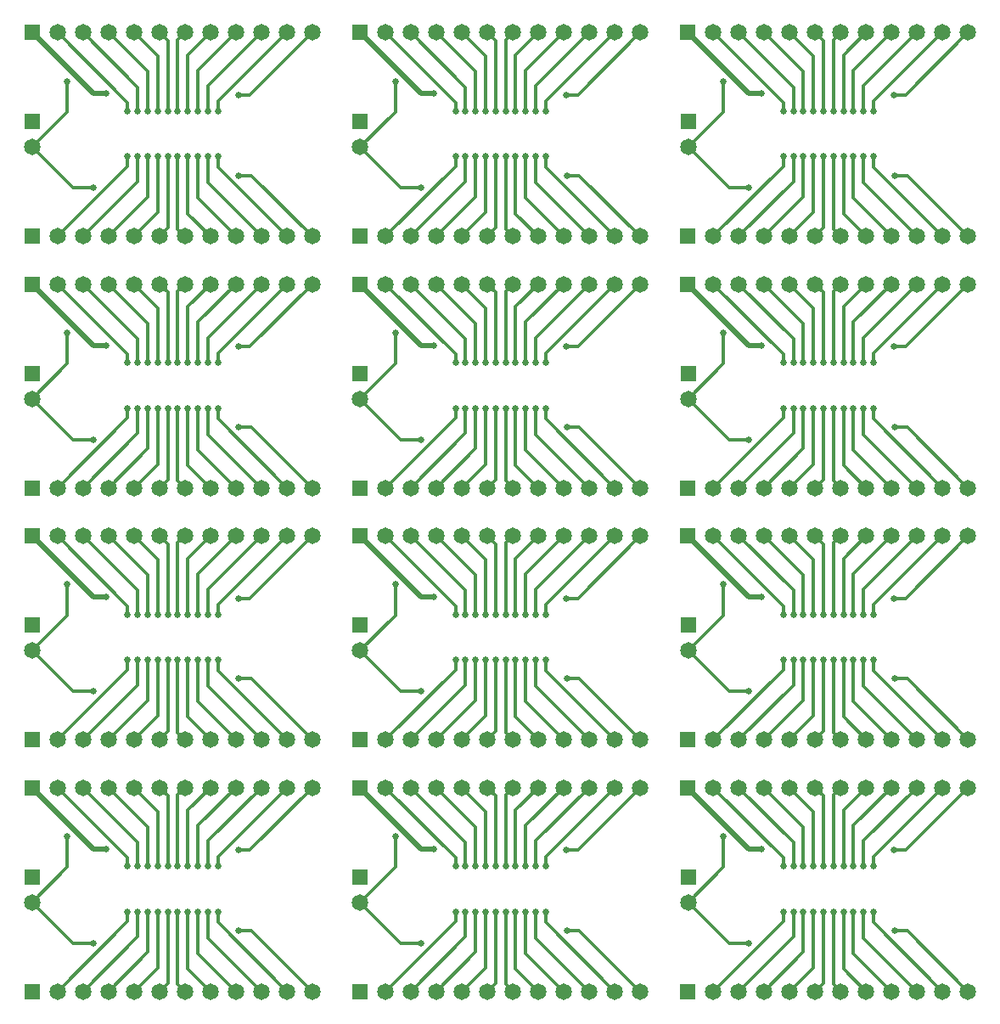
<source format=gbl>
G04 (created by PCBNEW (2013-04-01 BZR 4056)-testing) date Tue 02 Apr 2013 12:46:50 AM CEST*
%MOIN*%
G04 Gerber Fmt 3.4, Leading zero omitted, Abs format*
%FSLAX34Y34*%
G01*
G70*
G90*
G04 APERTURE LIST*
%ADD10C,0.006*%
%ADD11R,0.0649606X0.0649606*%
%ADD12C,0.0649606*%
%ADD13C,0.025*%
%ADD14C,0.012*%
%ADD15C,0.02*%
G04 APERTURE END LIST*
G54D10*
G54D11*
X39330Y-56783D03*
G54D12*
X39330Y-57783D03*
G54D11*
X39318Y-53283D03*
G54D12*
X40318Y-53283D03*
X41318Y-53283D03*
X42318Y-53283D03*
X43318Y-53283D03*
X44318Y-53283D03*
X45318Y-53283D03*
X46318Y-53283D03*
X47318Y-53283D03*
X48318Y-53283D03*
X49318Y-53283D03*
X50318Y-53283D03*
G54D11*
X39318Y-61283D03*
G54D12*
X40318Y-61283D03*
X41318Y-61283D03*
X42318Y-61283D03*
X43318Y-61283D03*
X44318Y-61283D03*
X45318Y-61283D03*
X46318Y-61283D03*
X47318Y-61283D03*
X48318Y-61283D03*
X49318Y-61283D03*
X50318Y-61283D03*
G54D11*
X39318Y-51401D03*
G54D12*
X40318Y-51401D03*
X41318Y-51401D03*
X42318Y-51401D03*
X43318Y-51401D03*
X44318Y-51401D03*
X45318Y-51401D03*
X46318Y-51401D03*
X47318Y-51401D03*
X48318Y-51401D03*
X49318Y-51401D03*
X50318Y-51401D03*
G54D11*
X39318Y-43401D03*
G54D12*
X40318Y-43401D03*
X41318Y-43401D03*
X42318Y-43401D03*
X43318Y-43401D03*
X44318Y-43401D03*
X45318Y-43401D03*
X46318Y-43401D03*
X47318Y-43401D03*
X48318Y-43401D03*
X49318Y-43401D03*
X50318Y-43401D03*
G54D11*
X39330Y-46901D03*
G54D12*
X39330Y-47901D03*
G54D11*
X39330Y-27137D03*
G54D12*
X39330Y-28137D03*
G54D11*
X39318Y-23637D03*
G54D12*
X40318Y-23637D03*
X41318Y-23637D03*
X42318Y-23637D03*
X43318Y-23637D03*
X44318Y-23637D03*
X45318Y-23637D03*
X46318Y-23637D03*
X47318Y-23637D03*
X48318Y-23637D03*
X49318Y-23637D03*
X50318Y-23637D03*
G54D11*
X39318Y-31637D03*
G54D12*
X40318Y-31637D03*
X41318Y-31637D03*
X42318Y-31637D03*
X43318Y-31637D03*
X44318Y-31637D03*
X45318Y-31637D03*
X46318Y-31637D03*
X47318Y-31637D03*
X48318Y-31637D03*
X49318Y-31637D03*
X50318Y-31637D03*
G54D11*
X39318Y-41519D03*
G54D12*
X40318Y-41519D03*
X41318Y-41519D03*
X42318Y-41519D03*
X43318Y-41519D03*
X44318Y-41519D03*
X45318Y-41519D03*
X46318Y-41519D03*
X47318Y-41519D03*
X48318Y-41519D03*
X49318Y-41519D03*
X50318Y-41519D03*
G54D11*
X39318Y-33519D03*
G54D12*
X40318Y-33519D03*
X41318Y-33519D03*
X42318Y-33519D03*
X43318Y-33519D03*
X44318Y-33519D03*
X45318Y-33519D03*
X46318Y-33519D03*
X47318Y-33519D03*
X48318Y-33519D03*
X49318Y-33519D03*
X50318Y-33519D03*
G54D11*
X39330Y-37019D03*
G54D12*
X39330Y-38019D03*
G54D11*
X26456Y-37019D03*
G54D12*
X26456Y-38019D03*
G54D11*
X26444Y-33519D03*
G54D12*
X27444Y-33519D03*
X28444Y-33519D03*
X29444Y-33519D03*
X30444Y-33519D03*
X31444Y-33519D03*
X32444Y-33519D03*
X33444Y-33519D03*
X34444Y-33519D03*
X35444Y-33519D03*
X36444Y-33519D03*
X37444Y-33519D03*
G54D11*
X26444Y-41519D03*
G54D12*
X27444Y-41519D03*
X28444Y-41519D03*
X29444Y-41519D03*
X30444Y-41519D03*
X31444Y-41519D03*
X32444Y-41519D03*
X33444Y-41519D03*
X34444Y-41519D03*
X35444Y-41519D03*
X36444Y-41519D03*
X37444Y-41519D03*
G54D11*
X26444Y-31637D03*
G54D12*
X27444Y-31637D03*
X28444Y-31637D03*
X29444Y-31637D03*
X30444Y-31637D03*
X31444Y-31637D03*
X32444Y-31637D03*
X33444Y-31637D03*
X34444Y-31637D03*
X35444Y-31637D03*
X36444Y-31637D03*
X37444Y-31637D03*
G54D11*
X26444Y-23637D03*
G54D12*
X27444Y-23637D03*
X28444Y-23637D03*
X29444Y-23637D03*
X30444Y-23637D03*
X31444Y-23637D03*
X32444Y-23637D03*
X33444Y-23637D03*
X34444Y-23637D03*
X35444Y-23637D03*
X36444Y-23637D03*
X37444Y-23637D03*
G54D11*
X26456Y-27137D03*
G54D12*
X26456Y-28137D03*
G54D11*
X26456Y-46901D03*
G54D12*
X26456Y-47901D03*
G54D11*
X26444Y-43401D03*
G54D12*
X27444Y-43401D03*
X28444Y-43401D03*
X29444Y-43401D03*
X30444Y-43401D03*
X31444Y-43401D03*
X32444Y-43401D03*
X33444Y-43401D03*
X34444Y-43401D03*
X35444Y-43401D03*
X36444Y-43401D03*
X37444Y-43401D03*
G54D11*
X26444Y-51401D03*
G54D12*
X27444Y-51401D03*
X28444Y-51401D03*
X29444Y-51401D03*
X30444Y-51401D03*
X31444Y-51401D03*
X32444Y-51401D03*
X33444Y-51401D03*
X34444Y-51401D03*
X35444Y-51401D03*
X36444Y-51401D03*
X37444Y-51401D03*
G54D11*
X26444Y-61283D03*
G54D12*
X27444Y-61283D03*
X28444Y-61283D03*
X29444Y-61283D03*
X30444Y-61283D03*
X31444Y-61283D03*
X32444Y-61283D03*
X33444Y-61283D03*
X34444Y-61283D03*
X35444Y-61283D03*
X36444Y-61283D03*
X37444Y-61283D03*
G54D11*
X26444Y-53283D03*
G54D12*
X27444Y-53283D03*
X28444Y-53283D03*
X29444Y-53283D03*
X30444Y-53283D03*
X31444Y-53283D03*
X32444Y-53283D03*
X33444Y-53283D03*
X34444Y-53283D03*
X35444Y-53283D03*
X36444Y-53283D03*
X37444Y-53283D03*
G54D11*
X26456Y-56783D03*
G54D12*
X26456Y-57783D03*
G54D11*
X52204Y-37019D03*
G54D12*
X52204Y-38019D03*
G54D11*
X52192Y-33519D03*
G54D12*
X53192Y-33519D03*
X54192Y-33519D03*
X55192Y-33519D03*
X56192Y-33519D03*
X57192Y-33519D03*
X58192Y-33519D03*
X59192Y-33519D03*
X60192Y-33519D03*
X61192Y-33519D03*
X62192Y-33519D03*
X63192Y-33519D03*
G54D11*
X52192Y-41519D03*
G54D12*
X53192Y-41519D03*
X54192Y-41519D03*
X55192Y-41519D03*
X56192Y-41519D03*
X57192Y-41519D03*
X58192Y-41519D03*
X59192Y-41519D03*
X60192Y-41519D03*
X61192Y-41519D03*
X62192Y-41519D03*
X63192Y-41519D03*
G54D11*
X52192Y-31637D03*
G54D12*
X53192Y-31637D03*
X54192Y-31637D03*
X55192Y-31637D03*
X56192Y-31637D03*
X57192Y-31637D03*
X58192Y-31637D03*
X59192Y-31637D03*
X60192Y-31637D03*
X61192Y-31637D03*
X62192Y-31637D03*
X63192Y-31637D03*
G54D11*
X52192Y-23637D03*
G54D12*
X53192Y-23637D03*
X54192Y-23637D03*
X55192Y-23637D03*
X56192Y-23637D03*
X57192Y-23637D03*
X58192Y-23637D03*
X59192Y-23637D03*
X60192Y-23637D03*
X61192Y-23637D03*
X62192Y-23637D03*
X63192Y-23637D03*
G54D11*
X52204Y-27137D03*
G54D12*
X52204Y-28137D03*
G54D11*
X52204Y-46901D03*
G54D12*
X52204Y-47901D03*
G54D11*
X52192Y-43401D03*
G54D12*
X53192Y-43401D03*
X54192Y-43401D03*
X55192Y-43401D03*
X56192Y-43401D03*
X57192Y-43401D03*
X58192Y-43401D03*
X59192Y-43401D03*
X60192Y-43401D03*
X61192Y-43401D03*
X62192Y-43401D03*
X63192Y-43401D03*
G54D11*
X52192Y-51401D03*
G54D12*
X53192Y-51401D03*
X54192Y-51401D03*
X55192Y-51401D03*
X56192Y-51401D03*
X57192Y-51401D03*
X58192Y-51401D03*
X59192Y-51401D03*
X60192Y-51401D03*
X61192Y-51401D03*
X62192Y-51401D03*
X63192Y-51401D03*
G54D11*
X52192Y-61283D03*
G54D12*
X53192Y-61283D03*
X54192Y-61283D03*
X55192Y-61283D03*
X56192Y-61283D03*
X57192Y-61283D03*
X58192Y-61283D03*
X59192Y-61283D03*
X60192Y-61283D03*
X61192Y-61283D03*
X62192Y-61283D03*
X63192Y-61283D03*
G54D11*
X52192Y-53283D03*
G54D12*
X53192Y-53283D03*
X54192Y-53283D03*
X55192Y-53283D03*
X56192Y-53283D03*
X57192Y-53283D03*
X58192Y-53283D03*
X59192Y-53283D03*
X60192Y-53283D03*
X61192Y-53283D03*
X62192Y-53283D03*
X63192Y-53283D03*
G54D11*
X52204Y-56783D03*
G54D12*
X52204Y-57783D03*
G54D13*
X43464Y-58149D03*
X43464Y-48267D03*
X43464Y-28503D03*
X43464Y-38385D03*
X30590Y-38385D03*
X30590Y-28503D03*
X30590Y-48267D03*
X30590Y-58149D03*
X56338Y-38385D03*
X56338Y-28503D03*
X56338Y-48267D03*
X56338Y-58149D03*
X43858Y-56377D03*
X43858Y-46496D03*
X43858Y-26732D03*
X43858Y-36614D03*
X30984Y-36614D03*
X30984Y-26732D03*
X30984Y-46496D03*
X30984Y-56377D03*
X56732Y-36614D03*
X56732Y-26732D03*
X56732Y-46496D03*
X56732Y-56377D03*
X43858Y-58149D03*
X43858Y-48267D03*
X43858Y-28503D03*
X43858Y-38385D03*
X30984Y-38385D03*
X30984Y-28503D03*
X30984Y-48267D03*
X30984Y-58149D03*
X56732Y-38385D03*
X56732Y-28503D03*
X56732Y-48267D03*
X56732Y-58149D03*
X44251Y-58149D03*
X44251Y-48267D03*
X44251Y-28503D03*
X44251Y-38385D03*
X31377Y-38385D03*
X31377Y-28503D03*
X31377Y-48267D03*
X31377Y-58149D03*
X57125Y-38385D03*
X57125Y-28503D03*
X57125Y-48267D03*
X57125Y-58149D03*
X44645Y-58149D03*
X44645Y-48267D03*
X44645Y-28503D03*
X44645Y-38385D03*
X31771Y-38385D03*
X31771Y-28503D03*
X31771Y-48267D03*
X31771Y-58149D03*
X57519Y-38385D03*
X57519Y-28503D03*
X57519Y-48267D03*
X57519Y-58149D03*
X46220Y-56377D03*
X46220Y-46496D03*
X46220Y-26732D03*
X46220Y-36614D03*
X33346Y-36614D03*
X33346Y-26732D03*
X33346Y-46496D03*
X33346Y-56377D03*
X59094Y-36614D03*
X59094Y-26732D03*
X59094Y-46496D03*
X59094Y-56377D03*
X45826Y-56377D03*
X45826Y-46496D03*
X45826Y-26732D03*
X45826Y-36614D03*
X32952Y-36614D03*
X32952Y-26732D03*
X32952Y-46496D03*
X32952Y-56377D03*
X58700Y-36614D03*
X58700Y-26732D03*
X58700Y-46496D03*
X58700Y-56377D03*
X45433Y-56377D03*
X45433Y-46496D03*
X45433Y-26732D03*
X45433Y-36614D03*
X32559Y-36614D03*
X32559Y-26732D03*
X32559Y-46496D03*
X32559Y-56377D03*
X58307Y-36614D03*
X58307Y-26732D03*
X58307Y-46496D03*
X58307Y-56377D03*
X45039Y-56377D03*
X45039Y-46496D03*
X45039Y-26732D03*
X45039Y-36614D03*
X32165Y-36614D03*
X32165Y-26732D03*
X32165Y-46496D03*
X32165Y-56377D03*
X57913Y-36614D03*
X57913Y-26732D03*
X57913Y-46496D03*
X57913Y-56377D03*
X44645Y-56377D03*
X44645Y-46496D03*
X44645Y-26732D03*
X44645Y-36614D03*
X31771Y-36614D03*
X31771Y-26732D03*
X31771Y-46496D03*
X31771Y-56377D03*
X57519Y-36614D03*
X57519Y-26732D03*
X57519Y-46496D03*
X57519Y-56377D03*
X44251Y-56377D03*
X44251Y-46496D03*
X44251Y-26732D03*
X44251Y-36614D03*
X31377Y-36614D03*
X31377Y-26732D03*
X31377Y-46496D03*
X31377Y-56377D03*
X57125Y-36614D03*
X57125Y-26732D03*
X57125Y-46496D03*
X57125Y-56377D03*
X45039Y-58149D03*
X45039Y-48267D03*
X45039Y-28503D03*
X45039Y-38385D03*
X32165Y-38385D03*
X32165Y-28503D03*
X32165Y-48267D03*
X32165Y-58149D03*
X57913Y-38385D03*
X57913Y-28503D03*
X57913Y-48267D03*
X57913Y-58149D03*
X45433Y-58149D03*
X45433Y-48267D03*
X45433Y-28503D03*
X45433Y-38385D03*
X32559Y-38385D03*
X32559Y-28503D03*
X32559Y-48267D03*
X32559Y-58149D03*
X58307Y-38385D03*
X58307Y-28503D03*
X58307Y-48267D03*
X58307Y-58149D03*
X45826Y-58149D03*
X45826Y-48267D03*
X45826Y-28503D03*
X45826Y-38385D03*
X32952Y-38385D03*
X32952Y-28503D03*
X32952Y-48267D03*
X32952Y-58149D03*
X58700Y-38385D03*
X58700Y-28503D03*
X58700Y-48267D03*
X58700Y-58149D03*
X46220Y-58149D03*
X46220Y-48267D03*
X46220Y-28503D03*
X46220Y-38385D03*
X33346Y-38385D03*
X33346Y-28503D03*
X33346Y-48267D03*
X33346Y-58149D03*
X59094Y-38385D03*
X59094Y-28503D03*
X59094Y-48267D03*
X59094Y-58149D03*
X46614Y-58149D03*
X46614Y-48267D03*
X46614Y-28503D03*
X46614Y-38385D03*
X33740Y-38385D03*
X33740Y-28503D03*
X33740Y-48267D03*
X33740Y-58149D03*
X59488Y-38385D03*
X59488Y-28503D03*
X59488Y-48267D03*
X59488Y-58149D03*
X47440Y-58897D03*
X47440Y-49015D03*
X47440Y-29251D03*
X47440Y-39133D03*
X34566Y-39133D03*
X34566Y-29251D03*
X34566Y-49015D03*
X34566Y-58897D03*
X60314Y-39133D03*
X60314Y-29251D03*
X60314Y-49015D03*
X60314Y-58897D03*
X47418Y-55733D03*
X47418Y-45851D03*
X47418Y-26087D03*
X47418Y-35969D03*
X34544Y-35969D03*
X34544Y-26087D03*
X34544Y-45851D03*
X34544Y-55733D03*
X60292Y-35969D03*
X60292Y-26087D03*
X60292Y-45851D03*
X60292Y-55733D03*
X46614Y-56377D03*
X46614Y-46496D03*
X46614Y-26732D03*
X46614Y-36614D03*
X33740Y-36614D03*
X33740Y-26732D03*
X33740Y-46496D03*
X33740Y-56377D03*
X59488Y-36614D03*
X59488Y-26732D03*
X59488Y-46496D03*
X59488Y-56377D03*
X43070Y-56377D03*
X43070Y-46496D03*
X43070Y-26732D03*
X43070Y-36614D03*
X30196Y-36614D03*
X30196Y-26732D03*
X30196Y-46496D03*
X30196Y-56377D03*
X55944Y-36614D03*
X55944Y-26732D03*
X55944Y-46496D03*
X55944Y-56377D03*
X43070Y-58149D03*
X43070Y-48267D03*
X43070Y-28503D03*
X43070Y-38385D03*
X30196Y-38385D03*
X30196Y-28503D03*
X30196Y-48267D03*
X30196Y-58149D03*
X55944Y-38385D03*
X55944Y-28503D03*
X55944Y-48267D03*
X55944Y-58149D03*
X43464Y-56377D03*
X43464Y-46496D03*
X43464Y-26732D03*
X43464Y-36614D03*
X30590Y-36614D03*
X30590Y-26732D03*
X30590Y-46496D03*
X30590Y-56377D03*
X56338Y-36614D03*
X56338Y-26732D03*
X56338Y-46496D03*
X56338Y-56377D03*
X41718Y-59383D03*
X40708Y-55196D03*
X40708Y-45314D03*
X41718Y-49501D03*
X41718Y-29737D03*
X40708Y-25551D03*
X40708Y-35433D03*
X41718Y-39619D03*
X28844Y-39619D03*
X27834Y-35433D03*
X27834Y-25551D03*
X28844Y-29737D03*
X28844Y-49501D03*
X27834Y-45314D03*
X27834Y-55196D03*
X28844Y-59383D03*
X54592Y-39619D03*
X53582Y-35433D03*
X53582Y-25551D03*
X54592Y-29737D03*
X54592Y-49501D03*
X53582Y-45314D03*
X53582Y-55196D03*
X54592Y-59383D03*
X42218Y-55683D03*
X42218Y-45801D03*
X42218Y-26037D03*
X42218Y-35919D03*
X29344Y-35919D03*
X29344Y-26037D03*
X29344Y-45801D03*
X29344Y-55683D03*
X55092Y-35919D03*
X55092Y-26037D03*
X55092Y-45801D03*
X55092Y-55683D03*
G54D14*
X43464Y-58149D02*
X43464Y-59137D01*
X43464Y-59137D02*
X41318Y-61283D01*
X43464Y-49255D02*
X41318Y-51401D01*
X43464Y-48267D02*
X43464Y-49255D01*
X43464Y-28503D02*
X43464Y-29492D01*
X43464Y-29492D02*
X41318Y-31637D01*
X43464Y-39374D02*
X41318Y-41519D01*
X43464Y-38385D02*
X43464Y-39374D01*
X30590Y-38385D02*
X30590Y-39374D01*
X30590Y-39374D02*
X28444Y-41519D01*
X30590Y-29492D02*
X28444Y-31637D01*
X30590Y-28503D02*
X30590Y-29492D01*
X30590Y-48267D02*
X30590Y-49255D01*
X30590Y-49255D02*
X28444Y-51401D01*
X30590Y-59137D02*
X28444Y-61283D01*
X30590Y-58149D02*
X30590Y-59137D01*
X56338Y-38385D02*
X56338Y-39374D01*
X56338Y-39374D02*
X54192Y-41519D01*
X56338Y-29492D02*
X54192Y-31637D01*
X56338Y-28503D02*
X56338Y-29492D01*
X56338Y-48267D02*
X56338Y-49255D01*
X56338Y-49255D02*
X54192Y-51401D01*
X56338Y-59137D02*
X54192Y-61283D01*
X56338Y-58149D02*
X56338Y-59137D01*
X43858Y-56377D02*
X43858Y-54822D01*
X43858Y-54822D02*
X42318Y-53283D01*
X43858Y-44940D02*
X42318Y-43401D01*
X43858Y-46496D02*
X43858Y-44940D01*
X43858Y-26732D02*
X43858Y-25177D01*
X43858Y-25177D02*
X42318Y-23637D01*
X43858Y-35059D02*
X42318Y-33519D01*
X43858Y-36614D02*
X43858Y-35059D01*
X30984Y-36614D02*
X30984Y-35059D01*
X30984Y-35059D02*
X29444Y-33519D01*
X30984Y-25177D02*
X29444Y-23637D01*
X30984Y-26732D02*
X30984Y-25177D01*
X30984Y-46496D02*
X30984Y-44940D01*
X30984Y-44940D02*
X29444Y-43401D01*
X30984Y-54822D02*
X29444Y-53283D01*
X30984Y-56377D02*
X30984Y-54822D01*
X56732Y-36614D02*
X56732Y-35059D01*
X56732Y-35059D02*
X55192Y-33519D01*
X56732Y-25177D02*
X55192Y-23637D01*
X56732Y-26732D02*
X56732Y-25177D01*
X56732Y-46496D02*
X56732Y-44940D01*
X56732Y-44940D02*
X55192Y-43401D01*
X56732Y-54822D02*
X55192Y-53283D01*
X56732Y-56377D02*
X56732Y-54822D01*
X43858Y-58149D02*
X43858Y-59744D01*
X43858Y-59744D02*
X42318Y-61283D01*
X43858Y-49862D02*
X42318Y-51401D01*
X43858Y-48267D02*
X43858Y-49862D01*
X43858Y-28503D02*
X43858Y-30098D01*
X43858Y-30098D02*
X42318Y-31637D01*
X43858Y-39980D02*
X42318Y-41519D01*
X43858Y-38385D02*
X43858Y-39980D01*
X30984Y-38385D02*
X30984Y-39980D01*
X30984Y-39980D02*
X29444Y-41519D01*
X30984Y-30098D02*
X29444Y-31637D01*
X30984Y-28503D02*
X30984Y-30098D01*
X30984Y-48267D02*
X30984Y-49862D01*
X30984Y-49862D02*
X29444Y-51401D01*
X30984Y-59744D02*
X29444Y-61283D01*
X30984Y-58149D02*
X30984Y-59744D01*
X56732Y-38385D02*
X56732Y-39980D01*
X56732Y-39980D02*
X55192Y-41519D01*
X56732Y-30098D02*
X55192Y-31637D01*
X56732Y-28503D02*
X56732Y-30098D01*
X56732Y-48267D02*
X56732Y-49862D01*
X56732Y-49862D02*
X55192Y-51401D01*
X56732Y-59744D02*
X55192Y-61283D01*
X56732Y-58149D02*
X56732Y-59744D01*
X44251Y-58149D02*
X44251Y-60350D01*
X44251Y-60350D02*
X43318Y-61283D01*
X44251Y-50468D02*
X43318Y-51401D01*
X44251Y-48267D02*
X44251Y-50468D01*
X44251Y-28503D02*
X44251Y-30704D01*
X44251Y-30704D02*
X43318Y-31637D01*
X44251Y-40586D02*
X43318Y-41519D01*
X44251Y-38385D02*
X44251Y-40586D01*
X31377Y-38385D02*
X31377Y-40586D01*
X31377Y-40586D02*
X30444Y-41519D01*
X31377Y-30704D02*
X30444Y-31637D01*
X31377Y-28503D02*
X31377Y-30704D01*
X31377Y-48267D02*
X31377Y-50468D01*
X31377Y-50468D02*
X30444Y-51401D01*
X31377Y-60350D02*
X30444Y-61283D01*
X31377Y-58149D02*
X31377Y-60350D01*
X57125Y-38385D02*
X57125Y-40586D01*
X57125Y-40586D02*
X56192Y-41519D01*
X57125Y-30704D02*
X56192Y-31637D01*
X57125Y-28503D02*
X57125Y-30704D01*
X57125Y-48267D02*
X57125Y-50468D01*
X57125Y-50468D02*
X56192Y-51401D01*
X57125Y-60350D02*
X56192Y-61283D01*
X57125Y-58149D02*
X57125Y-60350D01*
X44645Y-58149D02*
X44645Y-60956D01*
X44645Y-60956D02*
X44318Y-61283D01*
X44645Y-51074D02*
X44318Y-51401D01*
X44645Y-48267D02*
X44645Y-51074D01*
X44645Y-28503D02*
X44645Y-31311D01*
X44645Y-31311D02*
X44318Y-31637D01*
X44645Y-41192D02*
X44318Y-41519D01*
X44645Y-38385D02*
X44645Y-41192D01*
X31771Y-38385D02*
X31771Y-41192D01*
X31771Y-41192D02*
X31444Y-41519D01*
X31771Y-31311D02*
X31444Y-31637D01*
X31771Y-28503D02*
X31771Y-31311D01*
X31771Y-48267D02*
X31771Y-51074D01*
X31771Y-51074D02*
X31444Y-51401D01*
X31771Y-60956D02*
X31444Y-61283D01*
X31771Y-58149D02*
X31771Y-60956D01*
X57519Y-38385D02*
X57519Y-41192D01*
X57519Y-41192D02*
X57192Y-41519D01*
X57519Y-31311D02*
X57192Y-31637D01*
X57519Y-28503D02*
X57519Y-31311D01*
X57519Y-48267D02*
X57519Y-51074D01*
X57519Y-51074D02*
X57192Y-51401D01*
X57519Y-60956D02*
X57192Y-61283D01*
X57519Y-58149D02*
X57519Y-60956D01*
X46220Y-56377D02*
X46220Y-55381D01*
X46220Y-55381D02*
X48318Y-53283D01*
X46220Y-45500D02*
X48318Y-43401D01*
X46220Y-46496D02*
X46220Y-45500D01*
X46220Y-26732D02*
X46220Y-25736D01*
X46220Y-25736D02*
X48318Y-23637D01*
X46220Y-35618D02*
X48318Y-33519D01*
X46220Y-36614D02*
X46220Y-35618D01*
X33346Y-36614D02*
X33346Y-35618D01*
X33346Y-35618D02*
X35444Y-33519D01*
X33346Y-25736D02*
X35444Y-23637D01*
X33346Y-26732D02*
X33346Y-25736D01*
X33346Y-46496D02*
X33346Y-45500D01*
X33346Y-45500D02*
X35444Y-43401D01*
X33346Y-55381D02*
X35444Y-53283D01*
X33346Y-56377D02*
X33346Y-55381D01*
X59094Y-36614D02*
X59094Y-35618D01*
X59094Y-35618D02*
X61192Y-33519D01*
X59094Y-25736D02*
X61192Y-23637D01*
X59094Y-26732D02*
X59094Y-25736D01*
X59094Y-46496D02*
X59094Y-45500D01*
X59094Y-45500D02*
X61192Y-43401D01*
X59094Y-55381D02*
X61192Y-53283D01*
X59094Y-56377D02*
X59094Y-55381D01*
X45826Y-56377D02*
X45826Y-54775D01*
X45826Y-54775D02*
X47318Y-53283D01*
X45826Y-44893D02*
X47318Y-43401D01*
X45826Y-46496D02*
X45826Y-44893D01*
X45826Y-26732D02*
X45826Y-25129D01*
X45826Y-25129D02*
X47318Y-23637D01*
X45826Y-35011D02*
X47318Y-33519D01*
X45826Y-36614D02*
X45826Y-35011D01*
X32952Y-36614D02*
X32952Y-35011D01*
X32952Y-35011D02*
X34444Y-33519D01*
X32952Y-25129D02*
X34444Y-23637D01*
X32952Y-26732D02*
X32952Y-25129D01*
X32952Y-46496D02*
X32952Y-44893D01*
X32952Y-44893D02*
X34444Y-43401D01*
X32952Y-54775D02*
X34444Y-53283D01*
X32952Y-56377D02*
X32952Y-54775D01*
X58700Y-36614D02*
X58700Y-35011D01*
X58700Y-35011D02*
X60192Y-33519D01*
X58700Y-25129D02*
X60192Y-23637D01*
X58700Y-26732D02*
X58700Y-25129D01*
X58700Y-46496D02*
X58700Y-44893D01*
X58700Y-44893D02*
X60192Y-43401D01*
X58700Y-54775D02*
X60192Y-53283D01*
X58700Y-56377D02*
X58700Y-54775D01*
X45433Y-56377D02*
X45433Y-54169D01*
X45433Y-54169D02*
X46318Y-53283D01*
X45433Y-44287D02*
X46318Y-43401D01*
X45433Y-46496D02*
X45433Y-44287D01*
X45433Y-26732D02*
X45433Y-24523D01*
X45433Y-24523D02*
X46318Y-23637D01*
X45433Y-34405D02*
X46318Y-33519D01*
X45433Y-36614D02*
X45433Y-34405D01*
X32559Y-36614D02*
X32559Y-34405D01*
X32559Y-34405D02*
X33444Y-33519D01*
X32559Y-24523D02*
X33444Y-23637D01*
X32559Y-26732D02*
X32559Y-24523D01*
X32559Y-46496D02*
X32559Y-44287D01*
X32559Y-44287D02*
X33444Y-43401D01*
X32559Y-54169D02*
X33444Y-53283D01*
X32559Y-56377D02*
X32559Y-54169D01*
X58307Y-36614D02*
X58307Y-34405D01*
X58307Y-34405D02*
X59192Y-33519D01*
X58307Y-24523D02*
X59192Y-23637D01*
X58307Y-26732D02*
X58307Y-24523D01*
X58307Y-46496D02*
X58307Y-44287D01*
X58307Y-44287D02*
X59192Y-43401D01*
X58307Y-54169D02*
X59192Y-53283D01*
X58307Y-56377D02*
X58307Y-54169D01*
X45039Y-56377D02*
X45039Y-53562D01*
X45039Y-53562D02*
X45318Y-53283D01*
X45039Y-43681D02*
X45318Y-43401D01*
X45039Y-46496D02*
X45039Y-43681D01*
X45039Y-26732D02*
X45039Y-23917D01*
X45039Y-23917D02*
X45318Y-23637D01*
X45039Y-33799D02*
X45318Y-33519D01*
X45039Y-36614D02*
X45039Y-33799D01*
X32165Y-36614D02*
X32165Y-33799D01*
X32165Y-33799D02*
X32444Y-33519D01*
X32165Y-23917D02*
X32444Y-23637D01*
X32165Y-26732D02*
X32165Y-23917D01*
X32165Y-46496D02*
X32165Y-43681D01*
X32165Y-43681D02*
X32444Y-43401D01*
X32165Y-53562D02*
X32444Y-53283D01*
X32165Y-56377D02*
X32165Y-53562D01*
X57913Y-36614D02*
X57913Y-33799D01*
X57913Y-33799D02*
X58192Y-33519D01*
X57913Y-23917D02*
X58192Y-23637D01*
X57913Y-26732D02*
X57913Y-23917D01*
X57913Y-46496D02*
X57913Y-43681D01*
X57913Y-43681D02*
X58192Y-43401D01*
X57913Y-53562D02*
X58192Y-53283D01*
X57913Y-56377D02*
X57913Y-53562D01*
X44645Y-56377D02*
X44645Y-53610D01*
X44645Y-53610D02*
X44318Y-53283D01*
X44645Y-43728D02*
X44318Y-43401D01*
X44645Y-46496D02*
X44645Y-43728D01*
X44645Y-26732D02*
X44645Y-23964D01*
X44645Y-23964D02*
X44318Y-23637D01*
X44645Y-33846D02*
X44318Y-33519D01*
X44645Y-36614D02*
X44645Y-33846D01*
X31771Y-36614D02*
X31771Y-33846D01*
X31771Y-33846D02*
X31444Y-33519D01*
X31771Y-23964D02*
X31444Y-23637D01*
X31771Y-26732D02*
X31771Y-23964D01*
X31771Y-46496D02*
X31771Y-43728D01*
X31771Y-43728D02*
X31444Y-43401D01*
X31771Y-53610D02*
X31444Y-53283D01*
X31771Y-56377D02*
X31771Y-53610D01*
X57519Y-36614D02*
X57519Y-33846D01*
X57519Y-33846D02*
X57192Y-33519D01*
X57519Y-23964D02*
X57192Y-23637D01*
X57519Y-26732D02*
X57519Y-23964D01*
X57519Y-46496D02*
X57519Y-43728D01*
X57519Y-43728D02*
X57192Y-43401D01*
X57519Y-53610D02*
X57192Y-53283D01*
X57519Y-56377D02*
X57519Y-53610D01*
X44251Y-56377D02*
X44251Y-54216D01*
X44251Y-54216D02*
X43318Y-53283D01*
X44251Y-44334D02*
X43318Y-43401D01*
X44251Y-46496D02*
X44251Y-44334D01*
X44251Y-26732D02*
X44251Y-24570D01*
X44251Y-24570D02*
X43318Y-23637D01*
X44251Y-34452D02*
X43318Y-33519D01*
X44251Y-36614D02*
X44251Y-34452D01*
X31377Y-36614D02*
X31377Y-34452D01*
X31377Y-34452D02*
X30444Y-33519D01*
X31377Y-24570D02*
X30444Y-23637D01*
X31377Y-26732D02*
X31377Y-24570D01*
X31377Y-46496D02*
X31377Y-44334D01*
X31377Y-44334D02*
X30444Y-43401D01*
X31377Y-54216D02*
X30444Y-53283D01*
X31377Y-56377D02*
X31377Y-54216D01*
X57125Y-36614D02*
X57125Y-34452D01*
X57125Y-34452D02*
X56192Y-33519D01*
X57125Y-24570D02*
X56192Y-23637D01*
X57125Y-26732D02*
X57125Y-24570D01*
X57125Y-46496D02*
X57125Y-44334D01*
X57125Y-44334D02*
X56192Y-43401D01*
X57125Y-54216D02*
X56192Y-53283D01*
X57125Y-56377D02*
X57125Y-54216D01*
X45039Y-58149D02*
X45039Y-61003D01*
X45039Y-61003D02*
X45318Y-61283D01*
X45039Y-51122D02*
X45318Y-51401D01*
X45039Y-48267D02*
X45039Y-51122D01*
X45039Y-28503D02*
X45039Y-31358D01*
X45039Y-31358D02*
X45318Y-31637D01*
X45039Y-41240D02*
X45318Y-41519D01*
X45039Y-38385D02*
X45039Y-41240D01*
X32165Y-38385D02*
X32165Y-41240D01*
X32165Y-41240D02*
X32444Y-41519D01*
X32165Y-31358D02*
X32444Y-31637D01*
X32165Y-28503D02*
X32165Y-31358D01*
X32165Y-48267D02*
X32165Y-51122D01*
X32165Y-51122D02*
X32444Y-51401D01*
X32165Y-61003D02*
X32444Y-61283D01*
X32165Y-58149D02*
X32165Y-61003D01*
X57913Y-38385D02*
X57913Y-41240D01*
X57913Y-41240D02*
X58192Y-41519D01*
X57913Y-31358D02*
X58192Y-31637D01*
X57913Y-28503D02*
X57913Y-31358D01*
X57913Y-48267D02*
X57913Y-51122D01*
X57913Y-51122D02*
X58192Y-51401D01*
X57913Y-61003D02*
X58192Y-61283D01*
X57913Y-58149D02*
X57913Y-61003D01*
X45433Y-58149D02*
X45433Y-60397D01*
X45433Y-60397D02*
X46318Y-61283D01*
X45433Y-50515D02*
X46318Y-51401D01*
X45433Y-48267D02*
X45433Y-50515D01*
X45433Y-28503D02*
X45433Y-30751D01*
X45433Y-30751D02*
X46318Y-31637D01*
X45433Y-40633D02*
X46318Y-41519D01*
X45433Y-38385D02*
X45433Y-40633D01*
X32559Y-38385D02*
X32559Y-40633D01*
X32559Y-40633D02*
X33444Y-41519D01*
X32559Y-30751D02*
X33444Y-31637D01*
X32559Y-28503D02*
X32559Y-30751D01*
X32559Y-48267D02*
X32559Y-50515D01*
X32559Y-50515D02*
X33444Y-51401D01*
X32559Y-60397D02*
X33444Y-61283D01*
X32559Y-58149D02*
X32559Y-60397D01*
X58307Y-38385D02*
X58307Y-40633D01*
X58307Y-40633D02*
X59192Y-41519D01*
X58307Y-30751D02*
X59192Y-31637D01*
X58307Y-28503D02*
X58307Y-30751D01*
X58307Y-48267D02*
X58307Y-50515D01*
X58307Y-50515D02*
X59192Y-51401D01*
X58307Y-60397D02*
X59192Y-61283D01*
X58307Y-58149D02*
X58307Y-60397D01*
X45826Y-58149D02*
X45826Y-59791D01*
X45826Y-59791D02*
X47318Y-61283D01*
X45826Y-49909D02*
X47318Y-51401D01*
X45826Y-48267D02*
X45826Y-49909D01*
X45826Y-28503D02*
X45826Y-30145D01*
X45826Y-30145D02*
X47318Y-31637D01*
X45826Y-40027D02*
X47318Y-41519D01*
X45826Y-38385D02*
X45826Y-40027D01*
X32952Y-38385D02*
X32952Y-40027D01*
X32952Y-40027D02*
X34444Y-41519D01*
X32952Y-30145D02*
X34444Y-31637D01*
X32952Y-28503D02*
X32952Y-30145D01*
X32952Y-48267D02*
X32952Y-49909D01*
X32952Y-49909D02*
X34444Y-51401D01*
X32952Y-59791D02*
X34444Y-61283D01*
X32952Y-58149D02*
X32952Y-59791D01*
X58700Y-38385D02*
X58700Y-40027D01*
X58700Y-40027D02*
X60192Y-41519D01*
X58700Y-30145D02*
X60192Y-31637D01*
X58700Y-28503D02*
X58700Y-30145D01*
X58700Y-48267D02*
X58700Y-49909D01*
X58700Y-49909D02*
X60192Y-51401D01*
X58700Y-59791D02*
X60192Y-61283D01*
X58700Y-58149D02*
X58700Y-59791D01*
X46220Y-58149D02*
X46220Y-59185D01*
X46220Y-59185D02*
X48318Y-61283D01*
X46220Y-49303D02*
X48318Y-51401D01*
X46220Y-48267D02*
X46220Y-49303D01*
X46220Y-28503D02*
X46220Y-29539D01*
X46220Y-29539D02*
X48318Y-31637D01*
X46220Y-39421D02*
X48318Y-41519D01*
X46220Y-38385D02*
X46220Y-39421D01*
X33346Y-38385D02*
X33346Y-39421D01*
X33346Y-39421D02*
X35444Y-41519D01*
X33346Y-29539D02*
X35444Y-31637D01*
X33346Y-28503D02*
X33346Y-29539D01*
X33346Y-48267D02*
X33346Y-49303D01*
X33346Y-49303D02*
X35444Y-51401D01*
X33346Y-59185D02*
X35444Y-61283D01*
X33346Y-58149D02*
X33346Y-59185D01*
X59094Y-38385D02*
X59094Y-39421D01*
X59094Y-39421D02*
X61192Y-41519D01*
X59094Y-29539D02*
X61192Y-31637D01*
X59094Y-28503D02*
X59094Y-29539D01*
X59094Y-48267D02*
X59094Y-49303D01*
X59094Y-49303D02*
X61192Y-51401D01*
X59094Y-59185D02*
X61192Y-61283D01*
X59094Y-58149D02*
X59094Y-59185D01*
X46614Y-58149D02*
X46614Y-58578D01*
X46614Y-58578D02*
X49318Y-61283D01*
X46614Y-48696D02*
X49318Y-51401D01*
X46614Y-48267D02*
X46614Y-48696D01*
X46614Y-28503D02*
X46614Y-28933D01*
X46614Y-28933D02*
X49318Y-31637D01*
X46614Y-38814D02*
X49318Y-41519D01*
X46614Y-38385D02*
X46614Y-38814D01*
X33740Y-38385D02*
X33740Y-38814D01*
X33740Y-38814D02*
X36444Y-41519D01*
X33740Y-28933D02*
X36444Y-31637D01*
X33740Y-28503D02*
X33740Y-28933D01*
X33740Y-48267D02*
X33740Y-48696D01*
X33740Y-48696D02*
X36444Y-51401D01*
X33740Y-58578D02*
X36444Y-61283D01*
X33740Y-58149D02*
X33740Y-58578D01*
X59488Y-38385D02*
X59488Y-38814D01*
X59488Y-38814D02*
X62192Y-41519D01*
X59488Y-28933D02*
X62192Y-31637D01*
X59488Y-28503D02*
X59488Y-28933D01*
X59488Y-48267D02*
X59488Y-48696D01*
X59488Y-48696D02*
X62192Y-51401D01*
X59488Y-58578D02*
X62192Y-61283D01*
X59488Y-58149D02*
X59488Y-58578D01*
X47440Y-58897D02*
X47933Y-58897D01*
X47933Y-58897D02*
X50318Y-61283D01*
X47933Y-49015D02*
X50318Y-51401D01*
X47440Y-49015D02*
X47933Y-49015D01*
X47440Y-29251D02*
X47933Y-29251D01*
X47933Y-29251D02*
X50318Y-31637D01*
X47933Y-39133D02*
X50318Y-41519D01*
X47440Y-39133D02*
X47933Y-39133D01*
X34566Y-39133D02*
X35059Y-39133D01*
X35059Y-39133D02*
X37444Y-41519D01*
X35059Y-29251D02*
X37444Y-31637D01*
X34566Y-29251D02*
X35059Y-29251D01*
X34566Y-49015D02*
X35059Y-49015D01*
X35059Y-49015D02*
X37444Y-51401D01*
X35059Y-58897D02*
X37444Y-61283D01*
X34566Y-58897D02*
X35059Y-58897D01*
X60314Y-39133D02*
X60807Y-39133D01*
X60807Y-39133D02*
X63192Y-41519D01*
X60807Y-29251D02*
X63192Y-31637D01*
X60314Y-29251D02*
X60807Y-29251D01*
X60314Y-49015D02*
X60807Y-49015D01*
X60807Y-49015D02*
X63192Y-51401D01*
X60807Y-58897D02*
X63192Y-61283D01*
X60314Y-58897D02*
X60807Y-58897D01*
X47868Y-55733D02*
X50318Y-53283D01*
X47418Y-55733D02*
X47868Y-55733D01*
X47418Y-45851D02*
X47868Y-45851D01*
X47868Y-45851D02*
X50318Y-43401D01*
X47868Y-26087D02*
X50318Y-23637D01*
X47418Y-26087D02*
X47868Y-26087D01*
X47418Y-35969D02*
X47868Y-35969D01*
X47868Y-35969D02*
X50318Y-33519D01*
X34994Y-35969D02*
X37444Y-33519D01*
X34544Y-35969D02*
X34994Y-35969D01*
X34544Y-26087D02*
X34994Y-26087D01*
X34994Y-26087D02*
X37444Y-23637D01*
X34994Y-45851D02*
X37444Y-43401D01*
X34544Y-45851D02*
X34994Y-45851D01*
X34544Y-55733D02*
X34994Y-55733D01*
X34994Y-55733D02*
X37444Y-53283D01*
X60742Y-35969D02*
X63192Y-33519D01*
X60292Y-35969D02*
X60742Y-35969D01*
X60292Y-26087D02*
X60742Y-26087D01*
X60742Y-26087D02*
X63192Y-23637D01*
X60742Y-45851D02*
X63192Y-43401D01*
X60292Y-45851D02*
X60742Y-45851D01*
X60292Y-55733D02*
X60742Y-55733D01*
X60742Y-55733D02*
X63192Y-53283D01*
X46614Y-56377D02*
X46614Y-55988D01*
X46614Y-55988D02*
X49318Y-53283D01*
X46614Y-46106D02*
X49318Y-43401D01*
X46614Y-46496D02*
X46614Y-46106D01*
X46614Y-26732D02*
X46614Y-26342D01*
X46614Y-26342D02*
X49318Y-23637D01*
X46614Y-36224D02*
X49318Y-33519D01*
X46614Y-36614D02*
X46614Y-36224D01*
X33740Y-36614D02*
X33740Y-36224D01*
X33740Y-36224D02*
X36444Y-33519D01*
X33740Y-26342D02*
X36444Y-23637D01*
X33740Y-26732D02*
X33740Y-26342D01*
X33740Y-46496D02*
X33740Y-46106D01*
X33740Y-46106D02*
X36444Y-43401D01*
X33740Y-55988D02*
X36444Y-53283D01*
X33740Y-56377D02*
X33740Y-55988D01*
X59488Y-36614D02*
X59488Y-36224D01*
X59488Y-36224D02*
X62192Y-33519D01*
X59488Y-26342D02*
X62192Y-23637D01*
X59488Y-26732D02*
X59488Y-26342D01*
X59488Y-46496D02*
X59488Y-46106D01*
X59488Y-46106D02*
X62192Y-43401D01*
X59488Y-55988D02*
X62192Y-53283D01*
X59488Y-56377D02*
X59488Y-55988D01*
X43070Y-56377D02*
X43070Y-56035D01*
X43070Y-56035D02*
X40318Y-53283D01*
X43070Y-46153D02*
X40318Y-43401D01*
X43070Y-46496D02*
X43070Y-46153D01*
X43070Y-26732D02*
X43070Y-26389D01*
X43070Y-26389D02*
X40318Y-23637D01*
X43070Y-36271D02*
X40318Y-33519D01*
X43070Y-36614D02*
X43070Y-36271D01*
X30196Y-36614D02*
X30196Y-36271D01*
X30196Y-36271D02*
X27444Y-33519D01*
X30196Y-26389D02*
X27444Y-23637D01*
X30196Y-26732D02*
X30196Y-26389D01*
X30196Y-46496D02*
X30196Y-46153D01*
X30196Y-46153D02*
X27444Y-43401D01*
X30196Y-56035D02*
X27444Y-53283D01*
X30196Y-56377D02*
X30196Y-56035D01*
X55944Y-36614D02*
X55944Y-36271D01*
X55944Y-36271D02*
X53192Y-33519D01*
X55944Y-26389D02*
X53192Y-23637D01*
X55944Y-26732D02*
X55944Y-26389D01*
X55944Y-46496D02*
X55944Y-46153D01*
X55944Y-46153D02*
X53192Y-43401D01*
X55944Y-56035D02*
X53192Y-53283D01*
X55944Y-56377D02*
X55944Y-56035D01*
X43070Y-58149D02*
X43070Y-58531D01*
X43070Y-58531D02*
X40318Y-61283D01*
X43070Y-48649D02*
X40318Y-51401D01*
X43070Y-48267D02*
X43070Y-48649D01*
X43070Y-28503D02*
X43070Y-28885D01*
X43070Y-28885D02*
X40318Y-31637D01*
X43070Y-38767D02*
X40318Y-41519D01*
X43070Y-38385D02*
X43070Y-38767D01*
X30196Y-38385D02*
X30196Y-38767D01*
X30196Y-38767D02*
X27444Y-41519D01*
X30196Y-28885D02*
X27444Y-31637D01*
X30196Y-28503D02*
X30196Y-28885D01*
X30196Y-48267D02*
X30196Y-48649D01*
X30196Y-48649D02*
X27444Y-51401D01*
X30196Y-58531D02*
X27444Y-61283D01*
X30196Y-58149D02*
X30196Y-58531D01*
X55944Y-38385D02*
X55944Y-38767D01*
X55944Y-38767D02*
X53192Y-41519D01*
X55944Y-28885D02*
X53192Y-31637D01*
X55944Y-28503D02*
X55944Y-28885D01*
X55944Y-48267D02*
X55944Y-48649D01*
X55944Y-48649D02*
X53192Y-51401D01*
X55944Y-58531D02*
X53192Y-61283D01*
X55944Y-58149D02*
X55944Y-58531D01*
X43464Y-56377D02*
X43464Y-55429D01*
X43464Y-55429D02*
X41318Y-53283D01*
X43464Y-45547D02*
X41318Y-43401D01*
X43464Y-46496D02*
X43464Y-45547D01*
X43464Y-26732D02*
X43464Y-25783D01*
X43464Y-25783D02*
X41318Y-23637D01*
X43464Y-35665D02*
X41318Y-33519D01*
X43464Y-36614D02*
X43464Y-35665D01*
X30590Y-36614D02*
X30590Y-35665D01*
X30590Y-35665D02*
X28444Y-33519D01*
X30590Y-25783D02*
X28444Y-23637D01*
X30590Y-26732D02*
X30590Y-25783D01*
X30590Y-46496D02*
X30590Y-45547D01*
X30590Y-45547D02*
X28444Y-43401D01*
X30590Y-55429D02*
X28444Y-53283D01*
X30590Y-56377D02*
X30590Y-55429D01*
X56338Y-36614D02*
X56338Y-35665D01*
X56338Y-35665D02*
X54192Y-33519D01*
X56338Y-25783D02*
X54192Y-23637D01*
X56338Y-26732D02*
X56338Y-25783D01*
X56338Y-46496D02*
X56338Y-45547D01*
X56338Y-45547D02*
X54192Y-43401D01*
X56338Y-55429D02*
X54192Y-53283D01*
X56338Y-56377D02*
X56338Y-55429D01*
X41718Y-59383D02*
X40930Y-59383D01*
X39330Y-57783D02*
X40930Y-59383D01*
X40708Y-56405D02*
X40708Y-55196D01*
X39330Y-57783D02*
X40708Y-56405D01*
X39330Y-47901D02*
X40708Y-46523D01*
X40708Y-46523D02*
X40708Y-45314D01*
X39330Y-47901D02*
X40930Y-49501D01*
X41718Y-49501D02*
X40930Y-49501D01*
X41718Y-29737D02*
X40930Y-29737D01*
X39330Y-28137D02*
X40930Y-29737D01*
X40708Y-26759D02*
X40708Y-25551D01*
X39330Y-28137D02*
X40708Y-26759D01*
X39330Y-38019D02*
X40708Y-36641D01*
X40708Y-36641D02*
X40708Y-35433D01*
X39330Y-38019D02*
X40930Y-39619D01*
X41718Y-39619D02*
X40930Y-39619D01*
X28844Y-39619D02*
X28056Y-39619D01*
X26456Y-38019D02*
X28056Y-39619D01*
X27834Y-36641D02*
X27834Y-35433D01*
X26456Y-38019D02*
X27834Y-36641D01*
X26456Y-28137D02*
X27834Y-26759D01*
X27834Y-26759D02*
X27834Y-25551D01*
X26456Y-28137D02*
X28056Y-29737D01*
X28844Y-29737D02*
X28056Y-29737D01*
X28844Y-49501D02*
X28056Y-49501D01*
X26456Y-47901D02*
X28056Y-49501D01*
X27834Y-46523D02*
X27834Y-45314D01*
X26456Y-47901D02*
X27834Y-46523D01*
X26456Y-57783D02*
X27834Y-56405D01*
X27834Y-56405D02*
X27834Y-55196D01*
X26456Y-57783D02*
X28056Y-59383D01*
X28844Y-59383D02*
X28056Y-59383D01*
X54592Y-39619D02*
X53804Y-39619D01*
X52204Y-38019D02*
X53804Y-39619D01*
X53582Y-36641D02*
X53582Y-35433D01*
X52204Y-38019D02*
X53582Y-36641D01*
X52204Y-28137D02*
X53582Y-26759D01*
X53582Y-26759D02*
X53582Y-25551D01*
X52204Y-28137D02*
X53804Y-29737D01*
X54592Y-29737D02*
X53804Y-29737D01*
X54592Y-49501D02*
X53804Y-49501D01*
X52204Y-47901D02*
X53804Y-49501D01*
X53582Y-46523D02*
X53582Y-45314D01*
X52204Y-47901D02*
X53582Y-46523D01*
X52204Y-57783D02*
X53582Y-56405D01*
X53582Y-56405D02*
X53582Y-55196D01*
X52204Y-57783D02*
X53804Y-59383D01*
X54592Y-59383D02*
X53804Y-59383D01*
G54D15*
X41718Y-55683D02*
X39318Y-53283D01*
X42218Y-55683D02*
X41718Y-55683D01*
X42218Y-45801D02*
X41718Y-45801D01*
X41718Y-45801D02*
X39318Y-43401D01*
X41718Y-26037D02*
X39318Y-23637D01*
X42218Y-26037D02*
X41718Y-26037D01*
X42218Y-35919D02*
X41718Y-35919D01*
X41718Y-35919D02*
X39318Y-33519D01*
X28844Y-35919D02*
X26444Y-33519D01*
X29344Y-35919D02*
X28844Y-35919D01*
X29344Y-26037D02*
X28844Y-26037D01*
X28844Y-26037D02*
X26444Y-23637D01*
X28844Y-45801D02*
X26444Y-43401D01*
X29344Y-45801D02*
X28844Y-45801D01*
X29344Y-55683D02*
X28844Y-55683D01*
X28844Y-55683D02*
X26444Y-53283D01*
X54592Y-35919D02*
X52192Y-33519D01*
X55092Y-35919D02*
X54592Y-35919D01*
X55092Y-26037D02*
X54592Y-26037D01*
X54592Y-26037D02*
X52192Y-23637D01*
X54592Y-45801D02*
X52192Y-43401D01*
X55092Y-45801D02*
X54592Y-45801D01*
X55092Y-55683D02*
X54592Y-55683D01*
X54592Y-55683D02*
X52192Y-53283D01*
M02*

</source>
